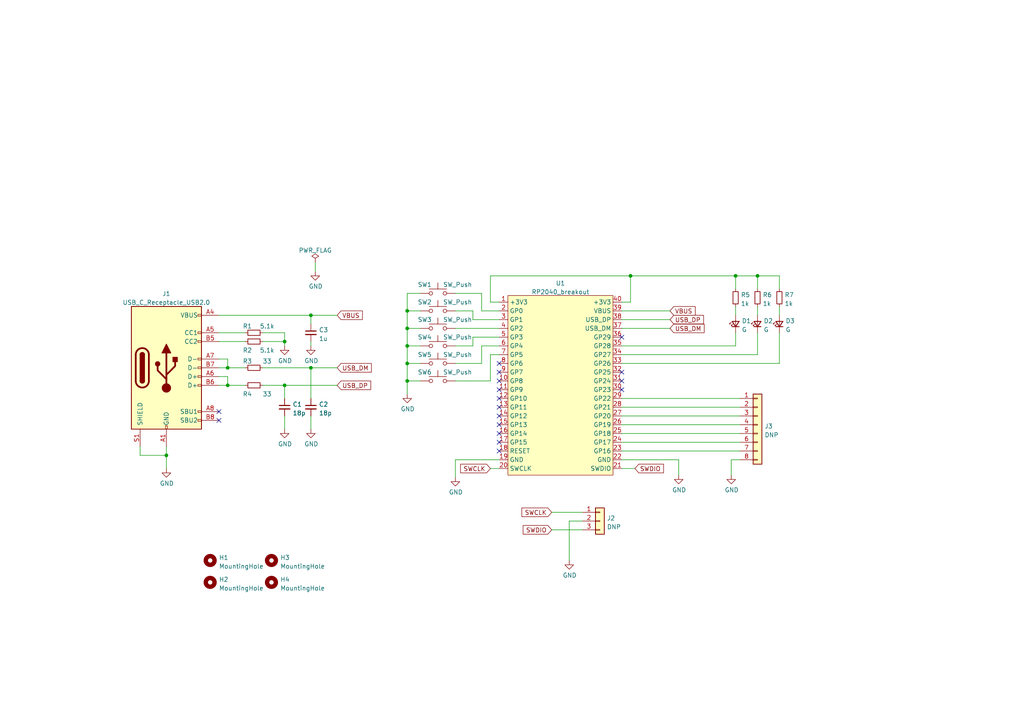
<source format=kicad_sch>
(kicad_sch (version 20211123) (generator eeschema)
  (paper "A4")
  (title_block (title "RP2040 6-Key Pad") (company "SwitchScience"))
  (lib_symbols
    (symbol "Connector:USB_C_Receptacle_USB2.0" (pin_names (offset 1.016))
      (property "Reference" "J" (at -10.16 19.05 0))
      (property "Value" "USB_C_Receptacle_USB2.0" (at 19.05 19.05 0))
      (symbol "USB_C_Receptacle_USB2.0_0_0"
        (rectangle (start -0.254 -17.78) (end 0.254 -16.764))
        (rectangle (start 10.16 -14.986) (end 9.144 -15.494))
        (rectangle (start 10.16 -12.446) (end 9.144 -12.954))
        (rectangle (start 10.16 -4.826) (end 9.144 -5.334))
        (rectangle (start 10.16 -2.286) (end 9.144 -2.794))
        (rectangle (start 10.16 0.254) (end 9.144 -0.254))
        (rectangle (start 10.16 2.794) (end 9.144 2.286))
        (rectangle (start 10.16 7.874) (end 9.144 7.366))
        (rectangle (start 10.16 10.414) (end 9.144 9.906))
        (rectangle (start 10.16 15.494) (end 9.144 14.986))
      )
      (symbol "USB_C_Receptacle_USB2.0_0_1"
        (rectangle (start -10.16 17.78) (end 10.16 -17.78) (stroke (width 0.254)) (fill (type background)))
        (arc (start -8.89 -3.81) (mid -6.985 -5.715) (end -5.08 -3.81) (stroke (width 0.508)))
        (arc (start -7.62 -3.81) (mid -6.985 -4.445) (end -6.35 -3.81) (stroke (width 0.254)))
        (arc (start -7.62 -3.81) (mid -6.985 -4.445) (end -6.35 -3.81) (stroke (width 0.254)) (fill (type outline)))
        (rectangle (start -7.62 -3.81) (end -6.35 3.81) (stroke (width 0.254)) (fill (type outline)))
        (arc (start -6.35 3.81) (mid -6.985 4.445) (end -7.62 3.81) (stroke (width 0.254)))
        (arc (start -6.35 3.81) (mid -6.985 4.445) (end -7.62 3.81) (stroke (width 0.254)) (fill (type outline)))
        (arc (start -5.08 3.81) (mid -6.985 5.715) (end -8.89 3.81) (stroke (width 0.508)))
        (circle (center -2.54 1.143) (radius 0.635) (stroke (width 0.254)) (fill (type outline)))
        (circle (center 0 -5.842) (radius 1.27) (fill (type outline)))
        (polyline (pts (xy -8.89 -3.81) (xy -8.89 3.81)) (stroke (width 0.508)))
        (polyline (pts (xy -5.08 3.81) (xy -5.08 -3.81)) (stroke (width 0.508)))
        (polyline (pts (xy 0 -5.842) (xy 0 4.318)) (stroke (width 0.508)))
        (polyline (pts (xy 0 -3.302) (xy -2.54 -0.762) (xy -2.54 0.508)) (stroke (width 0.508)))
        (polyline (pts (xy 0 -2.032) (xy 2.54 0.508) (xy 2.54 1.778)) (stroke (width 0.508)))
        (polyline (pts (xy -1.27 4.318) (xy 0 6.858) (xy 1.27 4.318) (xy -1.27 4.318)) (stroke (width 0.254)) (fill (type outline)))
        (rectangle (start 1.905 1.778) (end 3.175 3.048) (stroke (width 0.254)) (fill (type outline)))
      )
      (symbol "USB_C_Receptacle_USB2.0_1_1"
        (pin passive line (at 0 -22.86 90) (length 5.08) (name "GND") (number "A1"))
        (pin passive line (at 0 -22.86 90) (length 5.08) hide (name "GND") (number "A12"))
        (pin passive line (at 15.24 15.24 180) (length 5.08) (name "VBUS") (number "A4"))
        (pin bidirectional line (at 15.24 10.16 180) (length 5.08) (name "CC1") (number "A5"))
        (pin bidirectional line (at 15.24 -2.54 180) (length 5.08) (name "D+") (number "A6"))
        (pin bidirectional line (at 15.24 2.54 180) (length 5.08) (name "D-") (number "A7"))
        (pin bidirectional line (at 15.24 -12.7 180) (length 5.08) (name "SBU1") (number "A8"))
        (pin passive line (at 15.24 15.24 180) (length 5.08) hide (name "VBUS") (number "A9"))
        (pin passive line (at 0 -22.86 90) (length 5.08) hide (name "GND") (number "B1"))
        (pin passive line (at 0 -22.86 90) (length 5.08) hide (name "GND") (number "B12"))
        (pin passive line (at 15.24 15.24 180) (length 5.08) hide (name "VBUS") (number "B4"))
        (pin bidirectional line (at 15.24 7.62 180) (length 5.08) (name "CC2") (number "B5"))
        (pin bidirectional line (at 15.24 -5.08 180) (length 5.08) (name "D+") (number "B6"))
        (pin bidirectional line (at 15.24 0 180) (length 5.08) (name "D-") (number "B7"))
        (pin bidirectional line (at 15.24 -15.24 180) (length 5.08) (name "SBU2") (number "B8"))
        (pin passive line (at 15.24 15.24 180) (length 5.08) hide (name "VBUS") (number "B9"))
        (pin passive line (at -7.62 -22.86 90) (length 5.08) (name "SHIELD") (number "S1"))
      )
    )
    (symbol "Connector_Generic:Conn_01x03" (pin_names (offset 1.016) hide)
      (property "Reference" "J" (at 0 5.08 0))
      (property "Value" "Conn_01x03" (at 0 -5.08 0))
      (symbol "Conn_01x03_1_1"
        (rectangle (start -1.27 -2.413) (end 0 -2.667) (stroke (width 0.1524)))
        (rectangle (start -1.27 0.127) (end 0 -0.127) (stroke (width 0.1524)))
        (rectangle (start -1.27 2.667) (end 0 2.413) (stroke (width 0.1524)))
        (rectangle (start -1.27 3.81) (end 1.27 -3.81) (stroke (width 0.254)) (fill (type background)))
        (pin passive line (at -5.08 2.54 0) (length 3.81) (name "Pin_1") (number "1"))
        (pin passive line (at -5.08 0 0) (length 3.81) (name "Pin_2") (number "2"))
        (pin passive line (at -5.08 -2.54 0) (length 3.81) (name "Pin_3") (number "3"))
      )
    )
    (symbol "Connector_Generic:Conn_01x08" (pin_names (offset 1.016) hide)
      (property "Reference" "J" (at 0 10.16 0))
      (property "Value" "Conn_01x08" (at 0 -12.7 0))
      (symbol "Conn_01x08_1_1"
        (rectangle (start -1.27 -10.033) (end 0 -10.287) (stroke (width 0.1524)))
        (rectangle (start -1.27 -7.493) (end 0 -7.747) (stroke (width 0.1524)))
        (rectangle (start -1.27 -4.953) (end 0 -5.207) (stroke (width 0.1524)))
        (rectangle (start -1.27 -2.413) (end 0 -2.667) (stroke (width 0.1524)))
        (rectangle (start -1.27 0.127) (end 0 -0.127) (stroke (width 0.1524)))
        (rectangle (start -1.27 2.667) (end 0 2.413) (stroke (width 0.1524)))
        (rectangle (start -1.27 5.207) (end 0 4.953) (stroke (width 0.1524)))
        (rectangle (start -1.27 7.747) (end 0 7.493) (stroke (width 0.1524)))
        (rectangle (start -1.27 8.89) (end 1.27 -11.43) (stroke (width 0.254)) (fill (type background)))
        (pin passive line (at -5.08 7.62 0) (length 3.81) (name "Pin_1") (number "1"))
        (pin passive line (at -5.08 5.08 0) (length 3.81) (name "Pin_2") (number "2"))
        (pin passive line (at -5.08 2.54 0) (length 3.81) (name "Pin_3") (number "3"))
        (pin passive line (at -5.08 0 0) (length 3.81) (name "Pin_4") (number "4"))
        (pin passive line (at -5.08 -2.54 0) (length 3.81) (name "Pin_5") (number "5"))
        (pin passive line (at -5.08 -5.08 0) (length 3.81) (name "Pin_6") (number "6"))
        (pin passive line (at -5.08 -7.62 0) (length 3.81) (name "Pin_7") (number "7"))
        (pin passive line (at -5.08 -10.16 0) (length 3.81) (name "Pin_8") (number "8"))
      )
    )
    (symbol "Device:C_Small" (pin_numbers hide) (pin_names (offset 0.254) hide)
      (property "Reference" "C" (at 0.254 1.778 0))
      (property "Value" "C_Small" (at 0.254 -2.032 0))
      (symbol "C_Small_0_1"
        (polyline (pts (xy -1.524 -0.508) (xy 1.524 -0.508)) (stroke (width 0.3302)))
        (polyline (pts (xy -1.524 0.508) (xy 1.524 0.508)) (stroke (width 0.3048)))
      )
      (symbol "C_Small_1_1"
        (pin passive line (at 0 2.54 270) (length 2.032) (name "~") (number "1"))
        (pin passive line (at 0 -2.54 90) (length 2.032) (name "~") (number "2"))
      )
    )
    (symbol "Device:LED_Small" (pin_numbers hide) (pin_names (offset 0.254) hide)
      (property "Reference" "D" (at -1.27 3.175 0))
      (property "Value" "LED_Small" (at -4.445 -2.54 0))
      (symbol "LED_Small_0_1"
        (polyline (pts (xy -0.762 -1.016) (xy -0.762 1.016)) (stroke (width 0.254)))
        (polyline (pts (xy 1.016 0) (xy -0.762 0)))
        (polyline (pts (xy 0.762 -1.016) (xy -0.762 0) (xy 0.762 1.016) (xy 0.762 -1.016)) (stroke (width 0.254)))
        (polyline (pts (xy 0 0.762) (xy -0.508 1.27) (xy -0.254 1.27) (xy -0.508 1.27) (xy -0.508 1.016)))
        (polyline (pts (xy 0.508 1.27) (xy 0 1.778) (xy 0.254 1.778) (xy 0 1.778) (xy 0 1.524)))
      )
      (symbol "LED_Small_1_1"
        (pin passive line (at -2.54 0 0) (length 1.778) (name "K") (number "1"))
        (pin passive line (at 2.54 0 180) (length 1.778) (name "A") (number "2"))
      )
    )
    (symbol "Device:R_Small" (pin_numbers hide) (pin_names (offset 0.254) hide)
      (property "Reference" "R" (at 0.762 0.508 0))
      (property "Value" "R_Small" (at 0.762 -1.016 0))
      (symbol "R_Small_0_1"
        (rectangle (start -0.762 1.778) (end 0.762 -1.778) (stroke (width 0.2032)))
      )
      (symbol "R_Small_1_1"
        (pin passive line (at 0 2.54 270) (length 0.762) (name "~") (number "1"))
        (pin passive line (at 0 -2.54 90) (length 0.762) (name "~") (number "2"))
      )
    )
    (symbol "Mechanical:MountingHole" (pin_names (offset 1.016))
      (property "Reference" "H" (at 0 5.08 0))
      (property "Value" "MountingHole" (at 0 3.175 0))
      (symbol "MountingHole_0_1"
        (circle (center 0 0) (radius 1.27) (stroke (width 1.27)))
      )
    )
    (symbol "Switch:SW_Push" (pin_numbers hide) (pin_names (offset 1.016) hide)
      (property "Reference" "SW" (at 1.27 2.54 0))
      (property "Value" "SW_Push" (at 0 -1.524 0))
      (symbol "SW_Push_0_1"
        (circle (center -2.032 0) (radius 0.508))
        (polyline (pts (xy 0 1.27) (xy 0 3.048)))
        (polyline (pts (xy 2.54 1.27) (xy -2.54 1.27)))
        (circle (center 2.032 0) (radius 0.508))
        (pin passive line (at -5.08 0 0) (length 2.54) (name "1") (number "1"))
        (pin passive line (at 5.08 0 180) (length 2.54) (name "2") (number "2"))
      )
    )
    (symbol "SwitchScience:RP2040_breakout"
      (property "Reference" "U" (at 0 34.925 0))
      (property "Value" "RP2040_breakout" (at 0 32.385 0))
      (symbol "RP2040_breakout_0_1"
        (rectangle (start -15.24 31.115) (end 15.24 -20.955) (fill (type background)))
      )
      (symbol "RP2040_breakout_1_1"
        (pin power_in line (at -17.78 29.21 0) (length 2.54) (name "+3V3") (number "1"))
        (pin bidirectional line (at -17.78 6.35 0) (length 2.54) (name "GP8") (number "10"))
        (pin bidirectional line (at -17.78 3.81 0) (length 2.54) (name "GP9") (number "11"))
        (pin bidirectional line (at -17.78 1.27 0) (length 2.54) (name "GP10") (number "12"))
        (pin bidirectional line (at -17.78 -1.27 0) (length 2.54) (name "GP11") (number "13"))
        (pin bidirectional line (at -17.78 -3.81 0) (length 2.54) (name "GP12") (number "14"))
        (pin bidirectional line (at -17.78 -6.35 0) (length 2.54) (name "GP13") (number "15"))
        (pin bidirectional line (at -17.78 -8.89 0) (length 2.54) (name "GP14") (number "16"))
        (pin bidirectional line (at -17.78 -11.43 0) (length 2.54) (name "GP15") (number "17"))
        (pin input line (at -17.78 -13.97 0) (length 2.54) (name "RESET") (number "18"))
        (pin power_in line (at -17.78 -16.51 0) (length 2.54) (name "GND") (number "19"))
        (pin bidirectional line (at -17.78 26.67 0) (length 2.54) (name "GP0") (number "2"))
        (pin input line (at -17.78 -19.05 0) (length 2.54) (name "SWCLK") (number "20"))
        (pin bidirectional line (at 17.78 -19.05 180) (length 2.54) (name "SWDIO") (number "21"))
        (pin power_in line (at 17.78 -16.51 180) (length 2.54) (name "GND") (number "22"))
        (pin bidirectional line (at 17.78 -13.97 180) (length 2.54) (name "GP16") (number "23"))
        (pin bidirectional line (at 17.78 -11.43 180) (length 2.54) (name "GP17") (number "24"))
        (pin bidirectional line (at 17.78 -8.89 180) (length 2.54) (name "GP18") (number "25"))
        (pin bidirectional line (at 17.78 -6.35 180) (length 2.54) (name "GP19") (number "26"))
        (pin bidirectional line (at 17.78 -3.81 180) (length 2.54) (name "GP20") (number "27"))
        (pin bidirectional line (at 17.78 -1.27 180) (length 2.54) (name "GP21") (number "28"))
        (pin bidirectional line (at 17.78 1.27 180) (length 2.54) (name "GP22") (number "29"))
        (pin bidirectional line (at -17.78 24.13 0) (length 2.54) (name "GP1") (number "3"))
        (pin bidirectional line (at 17.78 3.81 180) (length 2.54) (name "GP23") (number "30"))
        (pin bidirectional line (at 17.78 6.35 180) (length 2.54) (name "GP24") (number "31"))
        (pin bidirectional line (at 17.78 8.89 180) (length 2.54) (name "GP25") (number "32"))
        (pin bidirectional line (at 17.78 11.43 180) (length 2.54) (name "GP26") (number "33"))
        (pin bidirectional line (at 17.78 13.97 180) (length 2.54) (name "GP27") (number "34"))
        (pin bidirectional line (at 17.78 16.51 180) (length 2.54) (name "GP28") (number "35"))
        (pin bidirectional line (at 17.78 19.05 180) (length 2.54) (name "GP29") (number "36"))
        (pin bidirectional line (at 17.78 21.59 180) (length 2.54) (name "USB_DM") (number "37"))
        (pin bidirectional line (at 17.78 24.13 180) (length 2.54) (name "USB_DP") (number "38"))
        (pin power_in line (at 17.78 26.67 180) (length 2.54) (name "VBUS") (number "39"))
        (pin bidirectional line (at -17.78 21.59 0) (length 2.54) (name "GP2") (number "4"))
        (pin power_in line (at 17.78 29.21 180) (length 2.54) (name "+3V3") (number "40"))
        (pin bidirectional line (at -17.78 19.05 0) (length 2.54) (name "GP3") (number "5"))
        (pin bidirectional line (at -17.78 16.51 0) (length 2.54) (name "GP4") (number "6"))
        (pin bidirectional line (at -17.78 13.97 0) (length 2.54) (name "GP5") (number "7"))
        (pin bidirectional line (at -17.78 11.43 0) (length 2.54) (name "GP6") (number "8"))
        (pin bidirectional line (at -17.78 8.89 0) (length 2.54) (name "GP7") (number "9"))
      )
    )
    (symbol "power:GND" (power) (pin_names (offset 0))
      (property "Value" "GND" (at 0 -3.81 0))
      (symbol "GND_0_1"
        (polyline (pts (xy 0 0) (xy 0 -1.27) (xy 1.27 -1.27) (xy 0 -2.54) (xy -1.27 -1.27) (xy 0 -1.27)))
      )
      (symbol "GND_1_1"
        (pin power_in line (at 0 0 270) (length 0) hide (name "GND") (number "1"))
      )
    )
    (symbol "power:PWR_FLAG" (power) (pin_numbers hide) (pin_names (offset 0) hide)
      (property "Value" "PWR_FLAG" (at 0 3.81 0))
      (symbol "PWR_FLAG_0_0"
        (pin power_out line (at 0 0 90) (length 0) (name "pwr") (number "1"))
      )
      (symbol "PWR_FLAG_0_1"
        (polyline (pts (xy 0 0) (xy 0 1.27) (xy -1.016 1.905) (xy 0 2.54) (xy 1.016 1.905) (xy 0 1.27)))
      )
    )
  )
  (junction (at 90.17 91.44))
  (junction (at 66.04 106.68))
  (junction (at 48.26 132.08))
  (junction (at 118.11 110.49))
  (junction (at 118.11 100.33))
  (junction (at 118.11 105.41))
  (junction (at 90.17 106.68))
  (junction (at 213.36 80.01))
  (junction (at 118.11 95.25))
  (junction (at 182.88 80.01))
  (junction (at 82.55 99.06))
  (junction (at 219.71 80.01))
  (junction (at 82.55 111.76))
  (junction (at 66.04 111.76))
  (junction (at 118.11 90.17))
  (no_connect (at 144.78 120.65))
  (no_connect (at 144.78 118.11))
  (no_connect (at 63.5 119.38))
  (no_connect (at 180.34 110.49))
  (no_connect (at 144.78 107.95))
  (no_connect (at 144.78 105.41))
  (no_connect (at 144.78 123.19))
  (no_connect (at 144.78 115.57))
  (no_connect (at 144.78 128.27))
  (no_connect (at 144.78 125.73))
  (no_connect (at 180.34 113.03))
  (no_connect (at 180.34 107.95))
  (no_connect (at 63.5 121.92))
  (no_connect (at 144.78 130.81))
  (no_connect (at 180.34 97.79))
  (no_connect (at 144.78 113.03))
  (no_connect (at 144.78 110.49))
  (wire (pts (xy 182.88 80.01) (xy 182.88 87.63)))
  (wire (pts (xy 90.17 106.68) (xy 97.79 106.68)))
  (wire (pts (xy 180.34 90.17) (xy 194.31 90.17)))
  (wire (pts (xy 180.34 95.25) (xy 194.31 95.25)))
  (wire (pts (xy 63.5 99.06) (xy 71.12 99.06)))
  (wire (pts (xy 137.16 100.33) (xy 137.16 97.79)))
  (wire (pts (xy 90.17 99.06) (xy 90.17 100.33)))
  (wire (pts (xy 132.08 133.35) (xy 144.78 133.35)))
  (wire (pts (xy 219.71 80.01) (xy 219.71 83.82)))
  (wire (pts (xy 76.2 111.76) (xy 82.55 111.76)))
  (wire (pts (xy 63.5 111.76) (xy 66.04 111.76)))
  (wire (pts (xy 165.1 151.13) (xy 168.91 151.13)))
  (wire (pts (xy 219.71 88.9) (xy 219.71 91.44)))
  (wire (pts (xy 40.64 129.54) (xy 40.64 132.08)))
  (wire (pts (xy 180.34 87.63) (xy 182.88 87.63)))
  (wire (pts (xy 91.44 76.2) (xy 91.44 78.74)))
  (wire (pts (xy 213.36 96.52) (xy 213.36 100.33)))
  (wire (pts (xy 160.02 153.67) (xy 168.91 153.67)))
  (wire (pts (xy 132.08 95.25) (xy 144.78 95.25)))
  (wire (pts (xy 180.34 92.71) (xy 194.31 92.71)))
  (wire (pts (xy 40.64 132.08) (xy 48.26 132.08)))
  (wire (pts (xy 214.63 133.35) (xy 212.09 133.35)))
  (wire (pts (xy 66.04 106.68) (xy 71.12 106.68)))
  (wire (pts (xy 63.5 104.14) (xy 66.04 104.14)))
  (wire (pts (xy 165.1 151.13) (xy 165.1 162.56)))
  (wire (pts (xy 142.24 87.63) (xy 144.78 87.63)))
  (wire (pts (xy 118.11 90.17) (xy 121.92 90.17)))
  (wire (pts (xy 213.36 80.01) (xy 213.36 83.82)))
  (wire (pts (xy 90.17 91.44) (xy 97.79 91.44)))
  (wire (pts (xy 142.24 135.89) (xy 144.78 135.89)))
  (wire (pts (xy 82.55 96.52) (xy 82.55 99.06)))
  (wire (pts (xy 118.11 110.49) (xy 118.11 114.3)))
  (wire (pts (xy 219.71 96.52) (xy 219.71 102.87)))
  (wire (pts (xy 180.34 102.87) (xy 219.71 102.87)))
  (wire (pts (xy 180.34 118.11) (xy 214.63 118.11)))
  (wire (pts (xy 118.11 100.33) (xy 118.11 105.41)))
  (wire (pts (xy 139.7 85.09) (xy 139.7 90.17)))
  (wire (pts (xy 180.34 125.73) (xy 214.63 125.73)))
  (wire (pts (xy 132.08 100.33) (xy 137.16 100.33)))
  (wire (pts (xy 180.34 123.19) (xy 214.63 123.19)))
  (wire (pts (xy 142.24 102.87) (xy 144.78 102.87)))
  (wire (pts (xy 118.11 95.25) (xy 118.11 100.33)))
  (wire (pts (xy 132.08 110.49) (xy 142.24 110.49)))
  (wire (pts (xy 48.26 129.54) (xy 48.26 132.08)))
  (wire (pts (xy 82.55 120.65) (xy 82.55 124.46)))
  (wire (pts (xy 118.11 85.09) (xy 121.92 85.09)))
  (wire (pts (xy 226.06 80.01) (xy 226.06 83.82)))
  (wire (pts (xy 219.71 80.01) (xy 226.06 80.01)))
  (wire (pts (xy 180.34 128.27) (xy 214.63 128.27)))
  (wire (pts (xy 66.04 104.14) (xy 66.04 106.68)))
  (wire (pts (xy 118.11 100.33) (xy 121.92 100.33)))
  (wire (pts (xy 82.55 111.76) (xy 97.79 111.76)))
  (wire (pts (xy 66.04 109.22) (xy 66.04 111.76)))
  (wire (pts (xy 76.2 99.06) (xy 82.55 99.06)))
  (wire (pts (xy 132.08 105.41) (xy 139.7 105.41)))
  (wire (pts (xy 180.34 135.89) (xy 184.15 135.89)))
  (wire (pts (xy 226.06 88.9) (xy 226.06 91.44)))
  (wire (pts (xy 182.88 80.01) (xy 213.36 80.01)))
  (wire (pts (xy 132.08 90.17) (xy 137.16 90.17)))
  (wire (pts (xy 213.36 88.9) (xy 213.36 91.44)))
  (wire (pts (xy 160.02 148.59) (xy 168.91 148.59)))
  (wire (pts (xy 139.7 100.33) (xy 139.7 105.41)))
  (wire (pts (xy 48.26 132.08) (xy 48.26 135.89)))
  (wire (pts (xy 137.16 97.79) (xy 144.78 97.79)))
  (wire (pts (xy 118.11 105.41) (xy 121.92 105.41)))
  (wire (pts (xy 118.11 90.17) (xy 118.11 95.25)))
  (wire (pts (xy 90.17 120.65) (xy 90.17 124.46)))
  (wire (pts (xy 180.34 115.57) (xy 214.63 115.57)))
  (wire (pts (xy 76.2 106.68) (xy 90.17 106.68)))
  (wire (pts (xy 132.08 85.09) (xy 139.7 85.09)))
  (wire (pts (xy 118.11 95.25) (xy 121.92 95.25)))
  (wire (pts (xy 82.55 99.06) (xy 82.55 100.33)))
  (wire (pts (xy 137.16 92.71) (xy 144.78 92.71)))
  (wire (pts (xy 142.24 110.49) (xy 142.24 102.87)))
  (wire (pts (xy 226.06 96.52) (xy 226.06 105.41)))
  (wire (pts (xy 90.17 91.44) (xy 90.17 93.98)))
  (wire (pts (xy 118.11 110.49) (xy 121.92 110.49)))
  (wire (pts (xy 180.34 133.35) (xy 196.85 133.35)))
  (wire (pts (xy 82.55 111.76) (xy 82.55 115.57)))
  (wire (pts (xy 196.85 133.35) (xy 196.85 137.795)))
  (wire (pts (xy 139.7 90.17) (xy 144.78 90.17)))
  (wire (pts (xy 213.36 80.01) (xy 219.71 80.01)))
  (wire (pts (xy 63.5 106.68) (xy 66.04 106.68)))
  (wire (pts (xy 76.2 96.52) (xy 82.55 96.52)))
  (wire (pts (xy 63.5 96.52) (xy 71.12 96.52)))
  (wire (pts (xy 139.7 100.33) (xy 144.78 100.33)))
  (wire (pts (xy 63.5 91.44) (xy 90.17 91.44)))
  (wire (pts (xy 132.08 133.35) (xy 132.08 138.43)))
  (wire (pts (xy 212.09 133.35) (xy 212.09 137.795)))
  (wire (pts (xy 66.04 111.76) (xy 71.12 111.76)))
  (wire (pts (xy 137.16 90.17) (xy 137.16 92.71)))
  (wire (pts (xy 180.34 105.41) (xy 226.06 105.41)))
  (wire (pts (xy 180.34 120.65) (xy 214.63 120.65)))
  (wire (pts (xy 180.34 100.33) (xy 213.36 100.33)))
  (wire (pts (xy 90.17 106.68) (xy 90.17 115.57)))
  (wire (pts (xy 118.11 85.09) (xy 118.11 90.17)))
  (wire (pts (xy 142.24 80.01) (xy 182.88 80.01)))
  (wire (pts (xy 63.5 109.22) (xy 66.04 109.22)))
  (wire (pts (xy 142.24 87.63) (xy 142.24 80.01)))
  (wire (pts (xy 118.11 105.41) (xy 118.11 110.49)))
  (wire (pts (xy 180.34 130.81) (xy 214.63 130.81)))
  (global_label "VBUS" (shape input) (at 97.79 91.44 0) (property "シート間のリファレンス" "${INTERSHEET_REFS}" (effects hide)))
  (global_label "USB_DM" (shape input) (at 194.31 95.25 0) (property "シート間のリファレンス" "${INTERSHEET_REFS}" (effects hide)))
  (global_label "SWCLK" (shape input) (at 160.02 148.59 180) (property "Intersheet References" "${INTERSHEET_REFS}" (effects hide)))
  (global_label "VBUS" (shape input) (at 194.31 90.17 0) (property "シート間のリファレンス" "${INTERSHEET_REFS}" (effects hide)))
  (global_label "USB_DP" (shape input) (at 97.79 111.76 0) (property "Intersheet References" "${INTERSHEET_REFS}" (effects hide)))
  (global_label "USB_DM" (shape input) (at 97.79 106.68 0) (property "Intersheet References" "${INTERSHEET_REFS}" (effects hide)))
  (global_label "SWDIO" (shape input) (at 160.02 153.67 180) (property "Intersheet References" "${INTERSHEET_REFS}" (effects hide)))
  (global_label "SWCLK" (shape input) (at 142.24 135.89 180) (property "Intersheet References" "${INTERSHEET_REFS}" (effects hide)))
  (global_label "USB_DP" (shape input) (at 194.31 92.71 0) (property "シート間のリファレンス" "${INTERSHEET_REFS}" (effects hide)))
  (global_label "SWDIO" (shape input) (at 184.15 135.89 0) (property "Intersheet References" "${INTERSHEET_REFS}" (effects hide)))
  (symbol (lib_id "Device:C_Small") (at 90.17 96.52 0) (unit 1)
    (property "Reference" "C3" (at 92.4941 95.6916 0) (effects (justify left)))
    (property "Value" "1u" (at 92.4941 98.2285 0) (effects (justify left)))
    (property "Footprint" "Capacitor_SMD:C_0603_1608Metric" (effects hide))
  )
  (symbol (lib_id "power:GND") (at 132.08 138.43 0) (unit 1)
    (property "Reference" "#PWR07" (effects hide))
    (property "Value" "GND" (at 132.207 142.748 0))
  )
  (symbol (lib_id "Device:LED_Small") (at 219.71 93.98 90) (unit 1)
    (property "Reference" "D2" (at 221.488 93.0818 90) (effects (justify right)))
    (property "Value" "G" (at 221.488 95.6187 90) (effects (justify right)))
    (property "Footprint" "LED_SMD:LED_0603_1608Metric" (effects hide))
  )
  (symbol (lib_id "Switch:SW_Push") (at 127 110.49 0) (unit 1)
    (property "Reference" "SW6" (at 123.19 107.95 0))
    (property "Value" "SW_Push" (at 132.715 107.95 0))
    (property "Footprint" "Button_Switch_Keyboard:SW_Cherry_MX_1.00u_PCB" (effects hide))
  )
  (symbol (lib_id "Device:LED_Small") (at 213.36 93.98 90) (unit 1)
    (property "Reference" "D1" (at 215.138 93.0818 90) (effects (justify right)))
    (property "Value" "G" (at 215.138 95.6187 90) (effects (justify right)))
    (property "Footprint" "LED_SMD:LED_0603_1608Metric" (effects hide))
  )
  (symbol (lib_id "Device:R_Small") (at 73.66 96.52 270) (unit 1)
    (property "Reference" "R1" (at 71.755 94.615 90))
    (property "Value" "5.1k" (at 77.47 94.615 90))
    (property "Footprint" "Resistor_SMD:R_0402_1005Metric" (effects hide))
  )
  (symbol (lib_id "power:GND") (at 82.55 100.33 0) (unit 1)
    (property "Reference" "#PWR04" (effects hide))
    (property "Value" "GND" (at 82.677 104.648 0))
  )
  (symbol (lib_id "power:PWR_FLAG") (at 91.44 76.2 0) (unit 1)
    (property "Reference" "#FLG01" (effects hide))
    (property "Value" "PWR_FLAG" (at 91.44 72.6242 0))
  )
  (symbol (lib_id "Device:R_Small") (at 73.66 106.68 270) (unit 1)
    (property "Reference" "R3" (at 71.755 104.775 90))
    (property "Value" "33" (at 77.47 104.775 90))
    (property "Footprint" "Resistor_SMD:R_0402_1005Metric" (effects hide))
  )
  (symbol (lib_id "SwitchScience:RP2040_breakout") (at 162.56 116.84 0) (unit 1)
    (property "Reference" "U1" (at 162.56 82.1522 0))
    (property "Value" "RP2040_breakout" (at 162.56 84.6891 0))
    (property "Footprint" "SwitchScience:RP2040_Breakout" (effects hide))
  )
  (symbol (lib_id "power:GND") (at 90.17 124.46 0) (unit 1)
    (property "Reference" "#PWR05" (effects hide))
    (property "Value" "GND" (at 90.297 128.778 0))
  )
  (symbol (lib_id "power:GND") (at 165.1 162.56 0) (unit 1)
    (property "Reference" "#PWR08" (effects hide))
    (property "Value" "GND" (at 165.227 166.878 0))
  )
  (symbol (lib_id "power:GND") (at 196.85 137.795 0) (unit 1)
    (property "Reference" "#PWR09" (effects hide))
    (property "Value" "GND" (at 196.977 142.113 0))
  )
  (symbol (lib_id "Device:R_Small") (at 73.66 111.76 270) (unit 1)
    (property "Reference" "R4" (at 71.755 114.3 90))
    (property "Value" "33" (at 77.47 114.3 90))
    (property "Footprint" "Resistor_SMD:R_0402_1005Metric" (effects hide))
  )
  (symbol (lib_id "Device:LED_Small") (at 226.06 93.98 90) (unit 1)
    (property "Reference" "D3" (at 227.838 93.0818 90) (effects (justify right)))
    (property "Value" "G" (at 227.838 95.6187 90) (effects (justify right)))
    (property "Footprint" "LED_SMD:LED_0603_1608Metric" (effects hide))
  )
  (symbol (lib_id "Switch:SW_Push") (at 127 85.09 0) (unit 1)
    (property "Reference" "SW1" (at 123.19 82.55 0))
    (property "Value" "SW_Push" (at 132.715 82.55 0))
    (property "Footprint" "Button_Switch_Keyboard:SW_Cherry_MX_1.00u_PCB" (effects hide))
  )
  (symbol (lib_id "Device:R_Small") (at 226.06 86.36 0) (unit 1)
    (property "Reference" "R7" (at 227.5586 85.5253 0) (effects (justify left)))
    (property "Value" "1k" (at 227.5586 88.0622 0) (effects (justify left)))
    (property "Footprint" "Resistor_SMD:R_0402_1005Metric" (effects hide))
  )
  (symbol (lib_id "Switch:SW_Push") (at 127 105.41 0) (unit 1)
    (property "Reference" "SW5" (at 123.19 102.87 0))
    (property "Value" "SW_Push" (at 132.715 102.87 0))
    (property "Footprint" "Button_Switch_Keyboard:SW_Cherry_MX_1.00u_PCB" (effects hide))
  )
  (symbol (lib_id "power:GND") (at 82.55 124.46 0) (unit 1)
    (property "Reference" "#PWR02" (effects hide))
    (property "Value" "GND" (at 82.677 128.778 0))
  )
  (symbol (lib_id "Device:R_Small") (at 73.66 99.06 270) (unit 1)
    (property "Reference" "R2" (at 71.755 101.6 90))
    (property "Value" "5.1k" (at 77.47 101.6 90))
    (property "Footprint" "Resistor_SMD:R_0402_1005Metric" (effects hide))
  )
  (symbol (lib_id "power:GND") (at 90.17 100.33 0) (unit 1)
    (property "Reference" "#PWR0101" (effects hide))
    (property "Value" "GND" (at 90.297 104.648 0))
  )
  (symbol (lib_id "Switch:SW_Push") (at 127 100.33 0) (unit 1)
    (property "Reference" "SW4" (at 123.19 97.79 0))
    (property "Value" "SW_Push" (at 132.715 97.79 0))
    (property "Footprint" "Button_Switch_Keyboard:SW_Cherry_MX_1.00u_PCB" (effects hide))
  )
  (symbol (lib_id "Mechanical:MountingHole") (at 60.96 162.56 0) (unit 1) (in_bom no)
    (property "Reference" "H1" (at 63.5 161.7253 0) (effects (justify left)))
    (property "Value" "MountingHole" (at 63.5 164.2622 0) (effects (justify left)))
    (property "Footprint" "MountingHole:MountingHole_3.2mm_M3" (effects hide))
  )
  (symbol (lib_id "power:GND") (at 91.44 78.74 0) (unit 1)
    (property "Reference" "#PWR03" (effects hide))
    (property "Value" "GND" (at 91.567 83.058 0))
  )
  (symbol (lib_id "Device:C_Small") (at 90.17 118.11 0) (unit 1)
    (property "Reference" "C2" (at 92.4941 117.2816 0) (effects (justify left)))
    (property "Value" "18p" (at 92.4941 119.8185 0) (effects (justify left)))
    (property "Footprint" "Capacitor_SMD:C_0402_1005Metric" (effects hide))
  )
  (symbol (lib_id "Connector:USB_C_Receptacle_USB2.0") (at 48.26 106.68 0) (unit 1)
    (property "Reference" "J1" (at 48.26 85.2002 0))
    (property "Value" "USB_C_Receptacle_USB2.0" (at 48.26 87.7371 0))
    (property "Footprint" "Connector_USB:USB_C_Receptacle_XKB_U262-16XN-4BVC11" (effects hide))
    (property "Datasheet" "https://www.usb.org/sites/default/files/documents/usb_type-c.zip" (effects hide))
  )
  (symbol (lib_id "Switch:SW_Push") (at 127 90.17 0) (unit 1)
    (property "Reference" "SW2" (at 123.19 87.63 0))
    (property "Value" "SW_Push" (at 132.715 87.63 0))
    (property "Footprint" "Button_Switch_Keyboard:SW_Cherry_MX_1.00u_PCB" (effects hide))
  )
  (symbol (lib_id "Device:R_Small") (at 219.71 86.36 0) (unit 1)
    (property "Reference" "R6" (at 221.2086 85.5253 0) (effects (justify left)))
    (property "Value" "1k" (at 221.2086 88.0622 0) (effects (justify left)))
    (property "Footprint" "Resistor_SMD:R_0402_1005Metric" (effects hide))
  )
  (symbol (lib_id "Device:C_Small") (at 82.55 118.11 0) (unit 1)
    (property "Reference" "C1" (at 84.8741 117.2816 0) (effects (justify left)))
    (property "Value" "18p" (at 84.8741 119.8185 0) (effects (justify left)))
    (property "Footprint" "Capacitor_SMD:C_0402_1005Metric" (effects hide))
  )
  (symbol (lib_id "power:GND") (at 118.11 114.3 0) (unit 1)
    (property "Reference" "#PWR06" (effects hide))
    (property "Value" "GND" (at 118.237 118.618 0))
  )
  (symbol (lib_id "Mechanical:MountingHole") (at 60.96 168.91 0) (unit 1) (in_bom no)
    (property "Reference" "H2" (at 63.5 168.0753 0) (effects (justify left)))
    (property "Value" "MountingHole" (at 63.5 170.6122 0) (effects (justify left)))
    (property "Footprint" "MountingHole:MountingHole_3.2mm_M3" (effects hide))
  )
  (symbol (lib_id "Connector_Generic:Conn_01x08") (at 219.71 123.19 0) (unit 1)
    (property "Reference" "J3" (at 221.742 123.6253 0) (effects (justify left)))
    (property "Value" "DNP" (at 221.742 126.1622 0) (effects (justify left)))
    (property "Footprint" "Connector_PinHeader_2.54mm:PinHeader_1x08_P2.54mm_Vertical" (effects hide))
  )
  (symbol (lib_id "Mechanical:MountingHole") (at 78.74 162.56 0) (unit 1) (in_bom no)
    (property "Reference" "H3" (at 81.28 161.7253 0) (effects (justify left)))
    (property "Value" "MountingHole" (at 81.28 164.2622 0) (effects (justify left)))
    (property "Footprint" "MountingHole:MountingHole_3.2mm_M3" (effects hide))
  )
  (symbol (lib_id "power:GND") (at 48.26 135.89 0) (unit 1)
    (property "Reference" "#PWR01" (effects hide))
    (property "Value" "GND" (at 48.387 140.208 0))
  )
  (symbol (lib_id "Switch:SW_Push") (at 127 95.25 0) (unit 1)
    (property "Reference" "SW3" (at 123.19 92.71 0))
    (property "Value" "SW_Push" (at 132.715 92.71 0))
    (property "Footprint" "Button_Switch_Keyboard:SW_Cherry_MX_1.00u_PCB" (effects hide))
  )
  (symbol (lib_id "Connector_Generic:Conn_01x03") (at 173.99 151.13 0) (unit 1)
    (property "Reference" "J2" (at 176.022 150.2953 0) (effects (justify left)))
    (property "Value" "DNP" (at 176.022 152.8322 0) (effects (justify left)))
    (property "Footprint" "Connector_PinHeader_2.54mm:PinHeader_1x03_P2.54mm_Vertical" (effects hide))
  )
  (symbol (lib_id "Device:R_Small") (at 213.36 86.36 0) (unit 1)
    (property "Reference" "R5" (at 214.8586 85.5253 0) (effects (justify left)))
    (property "Value" "1k" (at 214.8586 88.0622 0) (effects (justify left)))
    (property "Footprint" "Resistor_SMD:R_0402_1005Metric" (effects hide))
  )
  (symbol (lib_id "power:GND") (at 212.09 137.795 0) (unit 1)
    (property "Reference" "#PWR010" (effects hide))
    (property "Value" "GND" (at 212.217 142.113 0))
  )
  (symbol (lib_id "Mechanical:MountingHole") (at 78.74 168.91 0) (unit 1) (in_bom no)
    (property "Reference" "H4" (at 81.28 168.0753 0) (effects (justify left)))
    (property "Value" "MountingHole" (at 81.28 170.6122 0) (effects (justify left)))
    (property "Footprint" "MountingHole:MountingHole_3.2mm_M3" (effects hide))
  )
)
</source>
